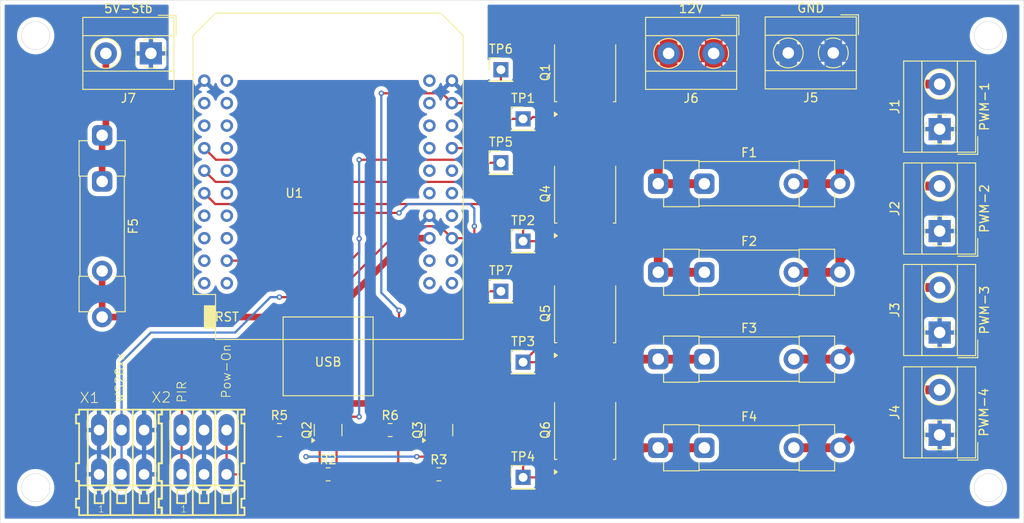
<source format=kicad_pcb>
(kicad_pcb (version 20240108) (generator "pcbnew") (generator_version "8.0")
  (layers (0 "F.Cu" signal) (31 "B.Cu" signal) (34 "B.Paste" user) (35 "F.Paste" user) (36 "B.SilkS" user "B.Silkscreen") (37 "F.SilkS" user "F.Silkscreen") (38 "B.Mask" user) (39 "F.Mask" user) (44 "Edge.Cuts" user))
  (net 0 "")
  (net 1 "Net-(J1-Pin_2)")
  (net 2 "Net-(Q1-S)")
  (net 3 "Net-(J2-Pin_2)")
  (net 4 "Net-(Q4-S)")
  (net 5 "Net-(Q5-S)")
  (net 6 "Net-(J3-Pin_2)")
  (net 7 "Net-(J4-Pin_2)")
  (net 8 "Net-(Q6-S)")
  (net 9 "Net-(J7-Pin_2)")
  (net 10 "+5V")
  (net 11 "GND")
  (net 12 "+12V")
  (net 13 "PWM1")
  (net 14 "MCU_PIR")
  (net 15 "PIR")
  (net 16 "+3.3V")
  (net 17 "PowerOn")
  (net 18 "MCU_PowerOn")
  (net 19 "PWM2")
  (net 20 "PWM3")
  (net 21 "PWM4")
  (net 22 "MCU_WS28xx")
  (footprint "Package_TO_SOT_SMD:SOT-23" (layer "F.Cu") (at 123 80.5 90)
    (property "Reference" "Q3" (at 0 -2.4 90) (layer "F.SilkS"))
    (property "Value" "BSS138")
    (pad "1" smd roundrect (at -0.9375 -0.95 90) (size 1.475 0.6) (layers "F.Cu" "F.Paste" "F.Mask") (net 16 "+3.3V"))
    (pad "2" smd roundrect (at -0.9375 0.95 90) (size 1.475 0.6) (layers "F.Cu" "F.Paste" "F.Mask") (net 18 "MCU_PowerOn"))
    (pad "3" smd roundrect (at 0.9375 0 90) (size 1.475 0.6) (layers "F.Cu" "F.Paste" "F.Mask") (net 17 "PowerOn"))
  )
  (footprint "Resistor_SMD:R_0805_2012Metric" (layer "F.Cu") (at 123 85.5)
    (property "Reference" "R3" (at 0 -1.65 0) (layer "F.SilkS"))
    (property "Value" "10k")
    (pad "1" smd roundrect (at -0.9125 0) (size 1.025 1.4) (layers "F.Cu" "F.Paste" "F.Mask") (roundrect_rratio 0.243902) (net 16 "+3.3V"))
    (pad "2" smd roundrect (at 0.9125 0) (size 1.025 1.4) (layers "F.Cu" "F.Paste" "F.Mask") (roundrect_rratio 0.243902) (net 18 "MCU_PowerOn"))
  )
  (footprint "Fuse:Fuseholder_Clip-5x20mm_Littelfuse_445-030_Inline_P20.50x5.20mm_D1.30mm_Horizontal" (layer "F.Cu") (at 147.75 82.5)
    (property "Reference" "F4" (at 10.25 -3.5 0) (layer "F.SilkS"))
    (property "Value" "Fuse")
    (pad "1" thru_hole roundrect (at 0 0) (size 2.3 2.3) (drill 1.3) (layers "*.Cu" "*.Mask") (net 8 "Net-(Q6-S)"))
    (pad "1" thru_hole roundrect (at 5.2 0) (size 2.3 2.3) (drill 1.3) (layers "*.Cu" "*.Mask") (net 8 "Net-(Q6-S)"))
    (pad "2" thru_hole circle (at 15.3 0) (size 2.3 2.3) (drill 1.3) (layers "*.Cu" "*.Mask") (net 7 "Net-(J4-Pin_2)"))
    (pad "2" thru_hole circle (at 20.5 0) (size 2.3 2.3) (drill 1.3) (layers "*.Cu" "*.Mask") (net 7 "Net-(J4-Pin_2)"))
  )
  (footprint "Package_TO_SOT_SMD:TO-252-2" (layer "F.Cu") (at 139.4975 53.84 90)
    (property "Reference" "Q4" (at 0 -4.5 90) (layer "F.SilkS"))
    (property "Value" "AO D403")
    (pad "1" smd roundrect (at -5.04 -2.28 90) (size 2.2 1.2) (layers "F.Cu" "F.Paste" "F.Mask") (roundrect_rratio 0.208333) (net 19 "PWM2"))
    (pad "2" smd roundrect (at -0.415 -1.525 90) (size 3.05 2.75) (layers "F.Cu" "F.Paste") (roundrect_rratio 0.090909) (net 12 "+12V"))
    (pad "2" smd roundrect (at -0.415 1.525 90) (size 3.05 2.75) (layers "F.Cu" "F.Paste") (roundrect_rratio 0.090909) (net 12 "+12V"))
    (pad "2" smd roundrect (at 1.26 0 90) (size 6.4 5.8) (layers "F.Cu" "F.Mask") (roundrect_rratio 0.043103) (net 12 "+12V"))
    (pad "2" smd roundrect (at 2.935 -1.525 90) (size 3.05 2.75) (layers "F.Cu" "F.Paste") (roundrect_rratio 0.090909) (net 12 "+12V"))
    (pad "2" smd roundrect (at 2.935 1.525 90) (size 3.05 2.75) (layers "F.Cu" "F.Paste") (roundrect_rratio 0.090909) (net 12 "+12V"))
    (pad "3" smd roundrect (at -5.04 2.28 90) (size 2.2 1.2) (layers "F.Cu" "F.Paste" "F.Mask") (roundrect_rratio 0.208333) (net 4 "Net-(Q4-S)"))
  )
  (footprint "TerminalBlock_MetzConnect:TerminalBlock_MetzConnect_Type101_RT01602HBWC_1x02_P5.08mm_Horizontal" (layer "F.Cu") (at 179.5 46.545 90)
    (property "Reference" "J1" (at 2.54 -5.06 90) (layer "F.SilkS"))
    (property "Value" "PWM-1" (at 2.54 5.06 90) (layer "F.SilkS"))
    (pad "1" thru_hole rect (at 0 0 90) (size 2.5 2.5) (drill 1.3) (layers "*.Cu" "*.Mask") (net 11 "GND"))
    (pad "2" thru_hole circle (at 5.08 0 90) (size 2.5 2.5) (drill 1.3) (layers "*.Cu" "*.Mask") (net 1 "Net-(J1-Pin_2)"))
  )
  (footprint "ESPLED:233-503" (layer "F.Cu") (at 87.1918 83)
    (property "Reference" "X1" (at -4.7957 -5.45 0) (layer "F.SilkS") (effects (font (size 1.1684 1.1684) (thickness 0.1016)) (justify left bottom)))
    (property "Value" "234-503")
    (fp_text user "1" (at -2.69 6.85 0) (layer "F.SilkS") (effects (font (size 0.747776 0.747776) (thickness 0.065024)) (justify left bottom)))
    (pad "A1" thru_hole oval (at -2.54 -2.5 90) (size 3.6 1.8) (drill 1.2) (layers "*.Cu" "*.Mask") (net 11 "GND"))
    (pad "A2" thru_hole oval (at 0 -2.5 90) (size 3.6 1.8) (drill 1.2) (layers "*.Cu" "*.Mask") (net 22 "MCU_WS28xx"))
    (pad "A3" thru_hole oval (at 2.54 -2.5 90) (size 3.6 1.8) (drill 1.2) (layers "*.Cu" "*.Mask") (net 11 "GND"))
    (pad "B1" thru_hole oval (at -2.54 2.5 90) (size 3.6 1.8) (drill 1.2) (layers "*.Cu" "*.Mask") (net 11 "GND"))
    (pad "B2" thru_hole oval (at 0 2.5 90) (size 3.6 1.8) (drill 1.2) (layers "*.Cu" "*.Mask") (net 22 "MCU_WS28xx"))
    (pad "B3" thru_hole oval (at 2.54 2.5 90) (size 3.6 1.8) (drill 1.2) (layers "*.Cu" "*.Mask") (net 11 "GND"))
  )
  (footprint "TerminalBlock_MetzConnect:TerminalBlock_MetzConnect_Type101_RT01602HBWC_1x02_P5.08mm_Horizontal" (layer "F.Cu") (at 90.5 38 180)
    (property "Reference" "J7" (at 2.54 -5.06 0) (layer "F.SilkS"))
    (property "Value" "5V-Stb" (at 2.54 5.06 0) (layer "F.SilkS"))
    (pad "1" thru_hole rect (at 0 0 180) (size 2.5 2.5) (drill 1.3) (layers "*.Cu" "*.Mask") (net 11 "GND"))
    (pad "2" thru_hole circle (at 5.08 0 180) (size 2.5 2.5) (drill 1.3) (layers "*.Cu" "*.Mask") (net 9 "Net-(J7-Pin_2)"))
  )
  (footprint "Package_TO_SOT_SMD:TO-252-2" (layer "F.Cu") (at 139.4975 67.34 90)
    (property "Reference" "Q5" (at 0 -4.5 90) (layer "F.SilkS"))
    (property "Value" "AO D403")
    (pad "1" smd roundrect (at -5.04 -2.28 90) (size 2.2 1.2) (layers "F.Cu" "F.Paste" "F.Mask") (roundrect_rratio 0.208333) (net 20 "PWM3"))
    (pad "2" smd roundrect (at -0.415 -1.525 90) (size 3.05 2.75) (layers "F.Cu" "F.Paste") (roundrect_rratio 0.090909) (net 12 "+12V"))
    (pad "2" smd roundrect (at -0.415 1.525 90) (size 3.05 2.75) (layers "F.Cu" "F.Paste") (roundrect_rratio 0.090909) (net 12 "+12V"))
    (pad "2" smd roundrect (at 1.26 0 90) (size 6.4 5.8) (layers "F.Cu" "F.Mask") (roundrect_rratio 0.043103) (net 12 "+12V"))
    (pad "2" smd roundrect (at 2.935 -1.525 90) (size 3.05 2.75) (layers "F.Cu" "F.Paste") (roundrect_rratio 0.090909) (net 12 "+12V"))
    (pad "2" smd roundrect (at 2.935 1.525 90) (size 3.05 2.75) (layers "F.Cu" "F.Paste") (roundrect_rratio 0.090909) (net 12 "+12V"))
    (pad "3" smd roundrect (at -5.04 2.28 90) (size 2.2 1.2) (layers "F.Cu" "F.Paste" "F.Mask") (roundrect_rratio 0.208333) (net 5 "Net-(Q5-S)"))
  )
  (footprint "TerminalBlock_MetzConnect:TerminalBlock_MetzConnect_Type101_RT01602HBWC_1x02_P5.08mm_Horizontal" (layer "F.Cu") (at 179.5 81.045 90)
    (property "Reference" "J4" (at 2.54 -5.06 90) (layer "F.SilkS"))
    (property "Value" "PWM-4" (at 2.545 5 90) (layer "F.SilkS"))
    (pad "1" thru_hole rect (at 0 0 90) (size 2.5 2.5) (drill 1.3) (layers "*.Cu" "*.Mask") (net 11 "GND"))
    (pad "2" thru_hole circle (at 5.08 0 90) (size 2.5 2.5) (drill 1.3) (layers "*.Cu" "*.Mask") (net 7 "Net-(J4-Pin_2)"))
  )
  (footprint "Connector_PinHeader_2.54mm:PinHeader_1x01_P2.54mm_Vertical" (layer "F.Cu") (at 132.4975 59.19)
    (property "Reference" "TP2" (at 0 -2.33 0) (layer "F.SilkS"))
    (property "Value" "TestPoint" (hide yes))
    (pad "1" thru_hole rect (at 0 0) (size 1.7 1.7) (drill 1) (layers "*.Cu" "*.Mask") (net 19 "PWM2"))
  )
  (footprint "Package_TO_SOT_SMD:SOT-23" (layer "F.Cu") (at 110.5 80.5 90)
    (property "Reference" "Q2" (at 0 -2.4 90) (layer "F.SilkS"))
    (property "Value" "BSS138")
    (pad "1" smd roundrect (at -0.9375 -0.95 90) (size 1.475 0.6) (layers "F.Cu" "F.Paste" "F.Mask") (net 16 "+3.3V"))
    (pad "2" smd roundrect (at -0.9375 0.95 90) (size 1.475 0.6) (layers "F.Cu" "F.Paste" "F.Mask") (net 14 "MCU_PIR"))
    (pad "3" smd roundrect (at 0.9375 0 90) (size 1.475 0.6) (layers "F.Cu" "F.Paste" "F.Mask") (net 15 "PIR"))
  )
  (footprint "Resistor_SMD:R_0805_2012Metric" (layer "F.Cu") (at 105 80.5)
    (property "Reference" "R5" (at 0 -1.65 0) (layer "F.SilkS"))
    (property "Value" "10k")
    (pad "1" smd roundrect (at -0.9125 0) (size 1.025 1.4) (layers "F.Cu" "F.Paste" "F.Mask") (roundrect_rratio 0.243902) (net 10 "+5V"))
    (pad "2" smd roundrect (at 0.9125 0) (size 1.025 1.4) (layers "F.Cu" "F.Paste" "F.Mask") (roundrect_rratio 0.243902) (net 15 "PIR"))
  )
  (footprint "TerminalBlock_MetzConnect:TerminalBlock_MetzConnect_Type101_RT01602HBWC_1x02_P5.08mm_Horizontal" (layer "F.Cu") (at 154 38 180)
    (property "Reference" "J6" (at 2.54 -5.06 0) (layer "F.SilkS"))
    (property "Value" "12V" (at 2.54 5.06 0) (layer "F.SilkS"))
    (pad "1" thru_hole circle (at 0 0 180) (size 2.5 2.5) (drill 1.3) (layers "*.Cu" "*.Mask") (net 12 "+12V") (thermal_bridge_width 2))
    (pad "2" thru_hole circle (at 5.08 0 180) (size 2.5 2.5) (drill 1.3) (layers "*.Cu" "*.Mask") (net 12 "+12V") (thermal_bridge_width 2))
  )
  (footprint "Package_TO_SOT_SMD:TO-252-2" (layer "F.Cu") (at 139.4975 40.14 90)
    (property "Reference" "Q1" (at 0 -4.5 90) (layer "F.SilkS"))
    (property "Value" "AO D403")
    (pad "1" smd roundrect (at -5.04 -2.28 90) (size 2.2 1.2) (layers "F.Cu" "F.Paste" "F.Mask") (roundrect_rratio 0.208333) (net 13 "PWM1"))
    (pad "2" smd roundrect (at -0.415 -1.525 90) (size 3.05 2.75) (layers "F.Cu" "F.Paste") (roundrect_rratio 0.090909) (net 12 "+12V"))
    (pad "2" smd roundrect (at -0.415 1.525 90) (size 3.05 2.75) (layers "F.Cu" "F.Paste") (roundrect_rratio 0.090909) (net 12 "+12V"))
    (pad "2" smd roundrect (at 1.26 0 90) (size 6.4 5.8) (layers "F.Cu" "F.Mask") (roundrect_rratio 0.043103) (net 12 "+12V"))
    (pad "2" smd roundrect (at 2.935 -1.525 90) (size 3.05 2.75) (layers "F.Cu" "F.Paste") (roundrect_rratio 0.090909) (net 12 "+12V"))
    (pad "2" smd roundrect (at 2.935 1.525 90) (size 3.05 2.75) (layers "F.Cu" "F.Paste") (roundrect_rratio 0.090909) (net 12 "+12V"))
    (pad "3" smd roundrect (at -5.04 2.28 90) (size 2.2 1.2) (layers "F.Cu" "F.Paste" "F.Mask") (roundrect_rratio 0.208333) (net 2 "Net-(Q1-S)"))
  )
  (footprint "Fuse:Fuseholder_Clip-5x20mm_Littelfuse_445-030_Inline_P20.50x5.20mm_D1.30mm_Horizontal" (layer "F.Cu") (at 147.75 52.7)
    (property "Reference" "F1" (at 10.25 -3.5 0) (layer "F.SilkS"))
    (property "Value" "Fuse")
    (pad "1" thru_hole roundrect (at 0 0) (size 2.3 2.3) (drill 1.3) (layers "*.Cu" "*.Mask") (net 2 "Net-(Q1-S)"))
    (pad "1" thru_hole roundrect (at 5.2 0) (size 2.3 2.3) (drill 1.3) (layers "*.Cu" "*.Mask") (net 2 "Net-(Q1-S)"))
    (pad "2" thru_hole circle (at 15.3 0) (size 2.3 2.3) (drill 1.3) (layers "*.Cu" "*.Mask") (net 1 "Net-(J1-Pin_2)"))
    (pad "2" thru_hole circle (at 20.5 0) (size 2.3 2.3) (drill 1.3) (layers "*.Cu" "*.Mask") (net 1 "Net-(J1-Pin_2)"))
  )
  (footprint "Fuse:Fuseholder_Clip-5x20mm_Littelfuse_445-030_Inline_P20.50x5.20mm_D1.30mm_Horizontal" (layer "F.Cu") (at 147.75 72.5)
    (property "Reference" "F3" (at 10.25 -3.5 0) (layer "F.SilkS"))
    (property "Value" "Fuse")
    (pad "1" thru_hole roundrect (at 0 0) (size 2.3 2.3) (drill 1.3) (layers "*.Cu" "*.Mask") (net 5 "Net-(Q5-S)"))
    (pad "1" thru_hole roundrect (at 5.2 0) (size 2.3 2.3) (drill 1.3) (layers "*.Cu" "*.Mask") (net 5 "Net-(Q5-S)"))
    (pad "2" thru_hole circle (at 15.3 0) (size 2.3 2.3) (drill 1.3) (layers "*.Cu" "*.Mask") (net 6 "Net-(J3-Pin_2)"))
    (pad "2" thru_hole circle (at 20.5 0) (size 2.3 2.3) (drill 1.3) (layers "*.Cu" "*.Mask") (net 6 "Net-(J3-Pin_2)"))
  )
  (footprint "Connector_PinHeader_2.54mm:PinHeader_1x01_P2.54mm_Vertical" (layer "F.Cu") (at 129.9975 64.84)
    (property "Reference" "TP7" (at 0 -2.33 0) (layer "F.SilkS"))
    (property "Value" "TestPoint" (hide yes))
    (pad "1" thru_hole rect (at 0 0) (size 1.7 1.7) (drill 1) (layers "*.Cu" "*.Mask") (net 22 "MCU_WS28xx"))
  )
  (footprint "ESPLED:ESP32_mini" (layer "F.Cu") (at 110.5 52.5)
    (property "Reference" "U1" (at -3.81 1.27 0) (layer "F.SilkS"))
    (property "Value" "mini_esp32")
    (fp_text user "USB" (at 0 20.32 0) (layer "F.SilkS"))
    (fp_text user "RST" (at -11.43 15.24 0) (layer "F.SilkS"))
    (pad "1" thru_hole circle (at -13.97 -11.43 270) (size 1.4 1.4) (drill 0.8) (layers "*.Cu" "*.Mask") (net 11 "GND"))
    (pad "2" thru_hole circle (at -11.43 -11.43 270) (size 1.4 1.4) (drill 0.8) (layers "*.Cu" "*.Mask"))
    (pad "3" thru_hole circle (at -13.97 -8.89 270) (size 1.4 1.4) (drill 0.8) (layers "*.Cu" "*.Mask"))
    (pad "4" thru_hole circle (at -11.43 -8.89 270) (size 1.4 1.4) (drill 0.8) (layers "*.Cu" "*.Mask"))
    (pad "5" thru_hole circle (at -13.97 -6.35 270) (size 1.4 1.4) (drill 0.8) (layers "*.Cu" "*.Mask"))
    (pad "6" thru_hole circle (at -11.43 -6.35 270) (size 1.4 1.4) (drill 0.8) (layers "*.Cu" "*.Mask"))
    (pad "7" thru_hole circle (at -13.97 -3.81 270) (size 1.4 1.4) (drill 0.8) (layers "*.Cu" "*.Mask") (net 19 "PWM2"))
    (pad "8" thru_hole circle (at -11.43 -3.81 270) (size 1.4 1.4) (drill 0.8) (layers "*.Cu" "*.Mask"))
    (pad "9" thru_hole circle (at -13.97 -1.27 270) (size 1.4 1.4) (drill 0.8) (layers "*.Cu" "*.Mask") (net 20 "PWM3"))
    (pad "10" thru_hole circle (at -11.43 -1.27 270) (size 1.4 1.4) (drill 0.8) (layers "*.Cu" "*.Mask"))
    (pad "11" thru_hole circle (at -13.97 1.27 270) (size 1.4 1.4) (drill 0.8) (layers "*.Cu" "*.Mask") (net 21 "PWM4"))
    (pad "12" thru_hole circle (at -11.43 1.27 270) (size 1.4 1.4) (drill 0.8) (layers "*.Cu" "*.Mask"))
    (pad "13" thru_hole circle (at -13.97 3.81 270) (size 1.4 1.4) (drill 0.8) (layers "*.Cu" "*.Mask"))
    (pad "14" thru_hole circle (at -11.43 3.81 270) (size 1.4 1.4) (drill 0.8) (layers "*.Cu" "*.Mask"))
    (pad "15" thru_hole circle (at -13.97 6.35 270) (size 1.4 1.4) (drill 0.8) (layers "*.Cu" "*.Mask"))
    (pad "16" thru_hole circle (at -11.43 6.35 270) (size 1.4 1.4) (drill 0.8) (layers "*.Cu" "*.Mask"))
    (pad "17" thru_hole circle (at -13.97 8.89 270) (size 1.4 1.4) (drill 0.8) (layers "*.Cu" "*.Mask"))
    (pad "18" thru_hole circle (at -11.43 8.89 270) (size 1.4 1.4) (drill 0.8) (layers "*.Cu" "*.Mask") (net 14 "MCU_PIR"))
    (pad "19" thru_hole circle (at -13.97 11.43 270) (size 1.4 1.4) (drill 0.8) (layers "*.Cu" "*.Mask"))
    (pad "20" thru_hole circle (at -11.43 11.43 270) (size 1.4 1.4) (drill 0.8) (layers "*.Cu" "*.Mask"))
    (pad "21" thru_hole circle (at 11.43 -11.43 270) (size 1.4 1.4) (drill 0.8) (layers "*.Cu" "*.Mask"))
    (pad "22" thru_hole circle (at 13.97 -11.43 270) (size 1.4 1.4) (drill 0.8) (layers "*.Cu" "*.Mask") (net 11 "GND"))
    (pad "23" thru_hole circle (at 11.43 -8.89 270) (size 1.4 1.4) (drill 0.8) (layers "*.Cu" "*.Mask"))
    (pad "24" thru_hole circle (at 13.97 -8.89 270) (size 1.4 1.4) (drill 0.8) (layers "*.Cu" "*.Mask") (net 18 "MCU_PowerOn"))
    (pad "25" thru_hole circle (at 11.43 -6.35 270) (size 1.4 1.4) (drill 0.8) (layers "*.Cu" "*.Mask"))
    (pad "26" thru_hole circle (at 13.97 -6.35 270) (size 1.4 1.4) (drill 0.8) (layers "*.Cu" "*.Mask"))
    (pad "27" thru_hole circle (at 11.43 -3.81 270) (size 1.4 1.4) (drill 0.8) (layers "*.Cu" "*.Mask"))
    (pad "28" thru_hole circle (at 13.97 -3.81 270) (size 1.4 1.4) (drill 0.8) (layers "*.Cu" "*.Mask") (net 13 "PWM1"))
    (pad "29" thru_hole circle (at 11.43 -1.27 270) (size 1.4 1.4) (drill 0.8) (layers "*.Cu" "*.Mask"))
    (pad "30" thru_hole circle (at 13.97 -1.27 270) (size 1.4 1.4) (drill 0.8) (layers "*.Cu" "*.Mask"))
    (pad "31" thru_hole circle (at 11.43 1.27 270) (size 1.4 1.4) (drill 0.8) (layers "*.Cu" "*.Mask"))
    (pad "32" thru_hole circle (at 13.97 1.27 270) (size 1.4 1.4) (drill 0.8) (layers "*.Cu" "*.Mask"))
    (pad "33" thru_hole circle (at 11.43 3.81 270) (size 1.4 1.4) (drill 0.8) (layers "*.Cu" "*.Mask") (net 11 "GND"))
    (pad "34" thru_hole circle (at 13.97 3.81 270) (size 1.4 1.4) (drill 0.8) (layers "*.Cu" "*.Mask"))
    (pad "35" thru_hole circle (at 11.43 6.35 270) (size 1.4 1.4) (drill 0.8) (layers "*.Cu" "*.Mask") (net 10 "+5V"))
    (pad "36" thru_hole circle (at 13.97 6.35 270) (size 1.4 1.4) (drill 0.8) (layers "*.Cu" "*.Mask") (net 22 "MCU_WS28xx"))
    (pad "37" thru_hole circle (at 11.43 8.89 270) (size 1.4 1.4) (drill 0.8) (layers "*.Cu" "*.Mask"))
    (pad "38" thru_hole circle (at 13.97 8.89 270) (size 1.4 1.4) (drill 0.8) (layers "*.Cu" "*.Mask"))
    (pad "39" thru_hole circle (at 11.43 11.43 270) (size 1.4 1.4) (drill 0.8) (layers "*.Cu" "*.Mask"))
    (pad "40" thru_hole circle (at 13.97 11.43 270) (size 1.4 1.4) (drill 0.8) (layers "*.Cu" "*.Mask"))
  )
  (footprint "TerminalBlock_MetzConnect:TerminalBlock_MetzConnect_Type101_RT01602HBWC_1x02_P5.08mm_Horizontal" (layer "F.Cu") (at 179.5 69.495 90)
    (property "Reference" "J3" (at 2.54 -5.06 90) (layer "F.SilkS"))
    (property "Value" "PWM-3" (at 2.54 5.06 90) (layer "F.SilkS"))
    (pad "1" thru_hole rect (at 0 0 90) (size 2.5 2.5) (drill 1.3) (layers "*.Cu" "*.Mask") (net 11 "GND"))
    (pad "2" thru_hole circle (at 5.08 0 90) (size 2.5 2.5) (drill 1.3) (layers "*.Cu" "*.Mask") (net 6 "Net-(J3-Pin_2)"))
  )
  (footprint "Connector_PinHeader_2.54mm:PinHeader_1x01_P2.54mm_Vertical" (layer "F.Cu") (at 132.4975 72.84)
    (property "Reference" "TP3" (at 0 -2.33 0) (layer "F.SilkS"))
    (property "Value" "TestPoint" (hide yes))
    (pad "1" thru_hole rect (at 0 0) (size 1.7 1.7) (drill 1) (layers "*.Cu" "*.Mask") (net 20 "PWM3"))
  )
  (footprint "Resistor_SMD:R_0805_2012Metric" (layer "F.Cu") (at 110.5 85.5)
    (property "Reference" "R2" (at 0 -1.65 0) (layer "F.SilkS"))
    (property "Value" "10k")
    (pad "1" smd roundrect (at -0.9125 0) (size 1.025 1.4) (layers "F.Cu" "F.Paste" "F.Mask") (roundrect_rratio 0.243902) (net 16 "+3.3V"))
    (pad "2" smd roundrect (at 0.9125 0) (size 1.025 1.4) (layers "F.Cu" "F.Paste" "F.Mask") (roundrect_rratio 0.243902) (net 14 "MCU_PIR"))
  )
  (footprint "Fuse:Fuseholder_Clip-5x20mm_Littelfuse_445-030_Inline_P20.50x5.20mm_D1.30mm_Horizontal" (layer "F.Cu") (at 85 47.25 -90)
    (property "Reference" "F5" (at 10.25 -3.5 90) (layer "F.SilkS"))
    (property "Value" "Fuse")
    (pad "1" thru_hole roundrect (at 0 0 270) (size 2.3 2.3) (drill 1.3) (layers "*.Cu" "*.Mask") (net 9 "Net-(J7-Pin_2)"))
    (pad "1" thru_hole roundrect (at 5.2 0 270) (size 2.3 2.3) (drill 1.3) (layers "*.Cu" "*.Mask") (net 9 "Net-(J7-Pin_2)"))
    (pad "2" thru_hole circle (at 15.3 0 270) (size 2.3 2.3) (drill 1.3) (layers "*.Cu" "*.Mask") (net 10 "+5V"))
    (pad "2" thru_hole circle (at 20.5 0 270) (size 2.3 2.3) (drill 1.3) (layers "*.Cu" "*.Mask") (net 10 "+5V"))
  )
  (footprint "Connector_PinHeader_2.54mm:PinHeader_1x01_P2.54mm_Vertical" (layer "F.Cu") (at 129.9975 50.34)
    (property "Reference" "TP5" (at 0 -2.33 0) (layer "F.SilkS"))
    (property "Value" "TestPoint" (hide yes))
    (pad "1" thru_hole rect (at 0 0) (size 1.7 1.7) (drill 1) (layers "*.Cu" "*.Mask") (net 14 "MCU_PIR"))
  )
  (footprint "Connector_PinHeader_2.54mm:PinHeader_1x01_P2.54mm_Vertical" (layer "F.Cu") (at 132.4975 45.39)
    (property "Reference" "TP1" (at 0 -2.33 0) (layer "F.SilkS"))
    (property "Value" "TestPoint" (hide yes))
    (pad "1" thru_hole rect (at 0 0) (size 1.7 1.7) (drill 1) (layers "*.Cu" "*.Mask") (net 13 "PWM1"))
  )
  (footprint "Package_TO_SOT_SMD:TO-252-2" (layer "F.Cu") (at 139.5 80.5 90)
    (property "Reference" "Q6" (at 0 -4.5 90) (layer "F.SilkS"))
    (property "Value" "AO D403")
    (pad "1" smd roundrect (at -5.04 -2.28 90) (size 2.2 1.2) (layers "F.Cu" "F.Paste" "F.Mask") (roundrect_rratio 0.208333) (net 21 "PWM4"))
    (pad "2" smd roundrect (at -0.415 -1.525 90) (size 3.05 2.75) (layers "F.Cu" "F.Paste") (roundrect_rratio 0.090909) (net 12 "+12V"))
    (pad "2" smd roundrect (at -0.415 1.525 90) (size 3.05 2.75) (layers "F.Cu" "F.Paste") (roundrect_rratio 0.090909) (net 12 "+12V"))
    (pad "2" smd roundrect (at 1.26 0 90) (size 6.4 5.8) (layers "F.Cu" "F.Mask") (roundrect_rratio 0.043103) (net 12 "+12V"))
    (pad "2" smd roundrect (at 2.935 -1.525 90) (size 3.05 2.75) (layers "F.Cu" "F.Paste") (roundrect_rratio 0.090909) (net 12 "+12V"))
    (pad "2" smd roundrect (at 2.935 1.525 90) (size 3.05 2.75) (layers "F.Cu" "F.Paste") (roundrect_rratio 0.090909) (net 12 "+12V"))
    (pad "3" smd roundrect (at -5.04 2.28 90) (size 2.2 1.2) (layers "F.Cu" "F.Paste" "F.Mask") (roundrect_rratio 0.208333) (net 8 "Net-(Q6-S)"))
  )
  (footprint "TerminalBlock_MetzConnect:TerminalBlock_MetzConnect_Type101_RT01602HBWC_1x02_P5.08mm_Horizontal" (layer "F.Cu") (at 167.5 37.95 180)
    (property "Reference" "J5" (at 2.54 -5.06 0) (layer "F.SilkS"))
    (property "Value" "GND" (at 2.54 5.06 0) (layer "F.SilkS"))
    (pad "1" thru_hole circle (at 0 0 180) (size 2.5 2.5) (drill 1.3) (layers "*.Cu" "*.Mask") (net 11 "GND") (thermal_bridge_width 2))
    (pad "2" thru_hole circle (at 5.08 0 180) (size 2.5 2.5) (drill 1.3) (layers "*.Cu" "*.Mask") (net 11 "GND") (thermal_bridge_width 2))
  )
  (footprint "TerminalBlock_MetzConnect:TerminalBlock_MetzConnect_Type101_RT01602HBWC_1x02_P5.08mm_Horizontal" (layer "F.Cu") (at 179.5 58.045 90)
    (property "Reference" "J2" (at 2.54 -5.06 90) (layer "F.SilkS"))
    (property "Value" "PWM-2" (at 2.54 5.06 90) (layer "F.SilkS"))
    (pad "1" thru_hole rect (at 0 0 90) (size 2.5 2.5) (drill 1.3) (layers "*.Cu" "*.Mask") (net 11 "GND"))
    (pad "2" thru_hole circle (at 5.08 0 90) (size 2.5 2.5) (drill 1.3) (layers "*.Cu" "*.Mask") (net 3 "Net-(J2-Pin_2)"))
  )
  (footprint "Connector_PinHeader_2.54mm:PinHeader_1x01_P2.54mm_Vertical" (layer "F.Cu") (at 132.4975 85.84)
    (property "Reference" "TP4" (at 0 -2.33 0) (layer "F.SilkS"))
    (property "Value" "TestPoint" (hide yes))
    (pad "1" thru_hole rect (at 0 0) (size 1.7 1.7) (drill 1) (layers "*.Cu" "*.Mask") (net 21 "PWM4"))
  )
  (footprint "Connector_PinHeader_2.54mm:PinHeader_1x01_P2.54mm_Vertical" (layer "F.Cu") (at 129.9975 39.84)
    (property "Reference" "TP6" (at 0 -2.33 0) (layer "F.SilkS"))
    (property "Value" "TestPoint" (hide yes))
    (pad "1" thru_hole rect (at 0 0) (size 1.7 1.7) (drill 1) (layers "*.Cu" "*.Mask") (net 18 "MCU_PowerOn"))
  )
  (footprint "Fuse:Fuseholder_Clip-5x20mm_Littelfuse_445-030_Inline_P20.50x5.20mm_D1.30mm_Horizontal" (layer "F.Cu") (at 147.75 62.7)
    (property "Reference" "F2" (at 10.25 -3.5 0) (layer "F.SilkS"))
    (property "Value" "Fuse")
    (pad "1" thru_hole roundrect (at 0 0) (size 2.3 2.3) (drill 1.3) (layers "*.Cu" "*.Mask") (net 4 "Net-(Q4-S)"))
    (pad "1" thru_hole roundrect (at 5.2 0) (size 2.3 2.3) (drill 1.3) (layers "*.Cu" "*.Mask") (net 4 "Net-(Q4-S)"))
    (pad "2" thru_hole circle (at 15.3 0) (size 2.3 2.3) (drill 1.3) (layers "*.Cu" "*.Mask") (net 3 "Net-(J2-Pin_2)"))
    (pad "2" thru_hole circle (at 20.5 0) (size 2.3 2.3) (drill 1.3) (layers "*.Cu" "*.Mask") (net 3 "Net-(J2-Pin_2)"))
  )
  (footprint "Resistor_SMD:R_0805_2012Metric" (layer "F.Cu") (at 117.5 80.5)
    (property "Reference" "R6" (at 0 -1.65 0) (layer "F.SilkS"))
    (property "Value" "10k")
    (pad "1" smd roundrect (at -0.9125 0) (size 1.025 1.4) (layers "F.Cu" "F.Paste" "F.Mask") (roundrect_rratio 0.243902) (net 10 "+5V"))
    (pad "2" smd roundrect (at 0.9125 0) (size 1.025 1.4) (layers "F.Cu" "F.Paste" "F.Mask") (roundrect_rratio 0.243902) (net 17 "PowerOn"))
  )
  (footprint "ESPLED:233-503" (layer "F.Cu") (at 96.5 83)
    (property "Reference" "X2" (at -6 -5.5 0) (layer "F.SilkS") (effects (font (size 1.1684 1.1684) (thickness 0.1016)) (justify left bottom)))
    (property "Value" "234-503")
    (fp_text user "1" (at -2.69 6.85 0) (layer "F.SilkS") (effects (font (size 0.747776 0.747776) (thickness 0.065024)) (justify left bottom)))
    (pad "A1" thru_hole oval (at -2.54 -2.5 90) (size 3.6 1.8) (drill 1.2) (layers "*.Cu" "*.Mask") (net 15 "PIR"))
    (pad "A2" thru_hole oval (at 0 -2.5 90) (size 3.6 1.8) (drill 1.2) (layers "*.Cu" "*.Mask") (net 11 "GND"))
    (pad "A3" thru_hole oval (at 2.54 -2.5 90) (size 3.6 1.8) (drill 1.2) (layers "*.Cu" "*.Mask") (net 17 "PowerOn"))
    (pad "B1" thru_hole oval (at -2.54 2.5 90) (size 3.6 1.8) (drill 1.2) (layers "*.Cu" "*.Mask") (net 15 "PIR"))
    (pad "B2" thru_hole oval (at 0 2.5 90) (size 3.6 1.8) (drill 1.2) (layers "*.Cu" "*.Mask") (net 11 "GND"))
    (pad "B3" thru_hole oval (at 2.54 2.5 90) (size 3.6 1.8) (drill 1.2) (layers "*.Cu" "*.Mask") (net 17 "PowerOn"))
  )
  (gr_rect (start 141.9 37.1) (end 145 40.8) (stroke (width 0.2)) (fill solid) (layer "F.Cu") (net 12))
  (gr_rect (start 138.4 38.1) (end 140.6 86.6) (stroke (width 0.2)) (fill solid) (layer "F.Cu") (net 12))
  (gr_line (start 73.5 32) (end 73.5 91) (stroke (width 0.05)) (layer "Edge.Cuts"))
  (gr_circle (center 185 36) (end 186.6 36) (stroke (width 0.05)) (fill none) (layer "Edge.Cuts"))
  (gr_line (start 189 32) (end 73.5 32) (stroke (width 0.05)) (layer "Edge.Cuts"))
  (gr_circle (center 185 87) (end 186.6 87) (stroke (width 0.05)) (fill none) (layer "Edge.Cuts"))
  (gr_circle (center 77.5 36) (end 79.1 36) (stroke (width 0.05)) (fill none) (layer "Edge.Cuts"))
  (gr_circle (center 77.5 87) (end 79.1 87) (stroke (width 0.05)) (fill none) (layer "Edge.Cuts"))
  (gr_line (start 73.5 91) (end 189 91) (stroke (width 0.05)) (layer "Edge.Cuts"))
  (gr_line (start 189 91) (end 189 32) (stroke (width 0.05)) (layer "Edge.Cuts"))
  (gr_text "WS28xx" (at 87 77.5 90) (layer "F.SilkS") (effects (font (size 1 1) (thickness 0.1)) (justify left)))
  (gr_text "PIR" (at 94 77.5 90) (layer "F.SilkS") (effects (font (size 1 1) (thickness 0.1)) (justify left)))
  (gr_text "Pow-On" (at 99 77 90) (layer "F.SilkS") (effects (font (size 1 1) (thickness 0.1)) (justify left)))
  (segment (start 168.25 53.2) (end 168.25 48.75) (width 1) (layer "F.Cu") (net 1))
  (segment (start 168.25 48.75) (end 175.535 41.465) (width 1) (layer "F.Cu") (net 1))
  (segment (start 163.05 52.7) (end 168.25 52.7) (width 1) (layer "F.Cu") (net 1))
  (segment (start 175.535 41.465) (end 179.5 41.465) (width 1) (layer "F.Cu") (net 1))
  (segment (start 141.7775 45.18) (end 147.18 45.18) (width 1) (layer "F.Cu") (net 2))
  (segment (start 147.75 52.7) (end 152.95 52.7) (width 1) (layer "F.Cu") (net 2))
  (segment (start 147.18 45.18) (end 147.75 45.75) (width 1) (layer "F.Cu") (net 2))
  (segment (start 147.75 45.75) (end 147.75 52.7) (width 1) (layer "F.Cu") (net 2))
  (segment (start 168.25 63.2) (end 168.25 61.25) (width 1) (layer "F.Cu") (net 3))
  (segment (start 176.535 52.965) (end 179.5 52.965) (width 1) (layer "F.Cu") (net 3))
  (segment (start 163.05 62.7) (end 168.25 62.7) (width 1) (layer "F.Cu") (net 3))
  (segment (start 168.25 61.25) (end 176.535 52.965) (width 1) (layer "F.Cu") (net 3))
  (segment (start 147.75 59.25) (end 147.75 62.7) (width 1) (layer "F.Cu") (net 4))
  (segment (start 147.75 62.7) (end 152.95 62.7) (width 1) (layer "F.Cu") (net 4))
  (segment (start 147.38 58.88) (end 147.75 59.25) (width 1) (layer "F.Cu") (net 4))
  (segment (start 141.7775 58.88) (end 147.38 58.88) (width 1) (layer "F.Cu") (net 4))
  (segment (start 147.75 72.5) (end 152.95 72.5) (width 1) (layer "F.Cu") (net 5))
  (segment (start 144.38 72.38) (end 144.5 72.5) (width 1) (layer "F.Cu") (net 5))
  (segment (start 141.7775 72.38) (end 144.38 72.38) (width 1) (layer "F.Cu") (net 5))
  (segment (start 144.5 72.5) (end 147.75 72.5) (width 1) (layer "F.Cu") (net 5))
  (segment (start 176.335 64.415) (end 179.5 64.415) (width 1) (layer "F.Cu") (net 6))
  (segment (start 168.25 72.5) (end 176.335 64.415) (width 1) (layer "F.Cu") (net 6))
  (segment (start 163.05 72.5) (end 168.25 72.5) (width 1) (layer "F.Cu") (net 6))
  (segment (start 174.785 75.965) (end 179.5 75.965) (width 1) (layer "F.Cu") (net 7))
  (segment (start 168.25 82.5) (end 174.785 75.965) (width 1) (layer "F.Cu") (net 7))
  (segment (start 163.05 82.5) (end 168.25 82.5) (width 1) (layer "F.Cu") (net 7))
  (segment (start 144.46 85.54) (end 145.5 84.5) (width 1) (layer "F.Cu") (net 8))
  (segment (start 145.5 83) (end 146 82.5) (width 1) (layer "F.Cu") (net 8))
  (segment (start 146 82.5) (end 147.75 82.5) (width 1) (layer "F.Cu") (net 8))
  (segment (start 145.5 84.5) (end 145.5 83) (width 1) (layer "F.Cu") (net 8))
  (segment (start 141.78 85.54) (end 144.46 85.54) (width 1) (layer "F.Cu") (net 8))
  (segment (start 147.75 82.5) (end 152.95 82.5) (width 1) (layer "F.Cu") (net 8))
  (segment (start 85.42 46.83) (end 85 47.25) (width 0.75) (layer "F.Cu") (net 9))
  (segment (start 85 47.25) (end 85 52.45) (width 0.75) (layer "F.Cu") (net 9))
  (segment (start 85.42 38) (end 85.42 46.83) (width 0.75) (layer "F.Cu") (net 9))
  (segment (start 116 77.5) (end 104.0875 77.5) (width 0.75) (layer "F.Cu") (net 10))
  (segment (start 104.0875 67.8375) (end 104 67.75) (width 0.75) (layer "F.Cu") (net 10))
  (segment (start 110.75 67.75) (end 119.65 58.85) (width 0.75) (layer "F.Cu") (net 10))
  (segment (start 116.5875 80.5) (end 116.5875 78.0875) (width 0.75) (layer "F.Cu") (net 10))
  (segment (start 104.0875 77.5) (end 104.0875 67.8375) (width 0.75) (layer "F.Cu") (net 10))
  (segment (start 85 62.55) (end 85 67.75) (width 0.75) (layer "F.Cu") (net 10))
  (segment (start 85 67.75) (end 104 67.75) (width 0.75) (layer "F.Cu") (net 10))
  (segment (start 119.65 58.85) (end 121.93 58.85) (width 0.75) (layer "F.Cu") (net 10))
  (segment (start 104 67.75) (end 110.75 67.75) (width 0.75) (layer "F.Cu") (net 10))
  (segment (start 116.5875 78.0875) (end 116 77.5) (width 0.75) (layer "F.Cu") (net 10))
  (segment (start 104.0875 80.5) (end 104.0875 77.5) (width 0.75) (layer "F.Cu") (net 10))
  (segment (start 125.81 48.69) (end 129.11 45.39) (width 0.25) (layer "F.Cu") (net 13))
  (segment (start 124.47 48.69) (end 125.81 48.69) (width 0.25) (layer "F.Cu") (net 13))
  (segment (start 129.11 45.39) (end 132.4975 45.39) (width 0.25) (layer "F.Cu") (net 13))
  (segment (start 133.6 45.18) (end 137.2175 45.18) (width 0.25) (layer "F.Cu") (net 13))
  (segment (start 133.39 45.39) (end 133.6 45.18) (width 0.25) (layer "F.Cu") (net 13))
  (segment (start 132.4975 45.39) (end 133.39 45.39) (width 0.25) (layer "F.Cu") (net 13))
  (segment (start 111.45 85.4625) (end 111.4125 85.5) (width 0.25) (layer "F.Cu") (net 14))
  (segment (start 113.01 61.39) (end 99.07 61.39) (width 0.25) (layer "F.Cu") (net 14))
  (segment (start 127.14 50.34) (end 126.8 50) (width 0.25) (layer "F.Cu") (net 14))
  (segment (start 129.9975 50.34) (end 127.14 50.34) (width 0.25) (layer "F.Cu") (net 14))
  (segment (start 114 79) (end 112 79) (width 0.25) (layer "F.Cu") (net 14))
  (segment (start 111.45 79.55) (end 111.45 81.4375) (width 0.25) (layer "F.Cu") (net 14))
  (segment (start 114 60.4) (end 113.01 61.39) (width 0.25) (layer "F.Cu") (net 14))
  (segment (start 111.45 81.4375) (end 111.45 85.4625) (width 0.25) (layer "F.Cu") (net 14))
  (segment (start 114 58.9) (end 114 60.4) (width 0.25) (layer "F.Cu") (net 14))
  (segment (start 126.8 50) (end 114 50) (width 0.25) (layer "F.Cu") (net 14))
  (segment (start 112 79) (end 111.45 79.55) (width 0.25) (layer "F.Cu") (net 14))
  (via (at 114 50) (size 0.6) (drill 0.3) (layers "F.Cu" "B.Cu") (net 14))
  (via (at 114 79) (size 0.6) (drill 0.3) (layers "F.Cu" "B.Cu") (net 14))
  (via (at 114 58.9) (size 0.6) (drill 0.3) (layers "F.Cu" "B.Cu") (net 14))
  (segment (start 114 50) (end 114 58.9) (width 0.25) (layer "B.Cu") (net 14))
  (segment (start 114 58.9) (end 114 79) (width 0.25) (layer "B.Cu") (net 14))
  (segment (start 105.9125 80.5) (end 105.9125 81.5875) (width 0.25) (layer "F.Cu") (net 15))
  (segment (start 105.9125 80.5) (end 107 80.5) (width 0.25) (layer "F.Cu") (net 15))
  (segment (start 93.96 80.5) (end 93.96 85.5) (width 0.25) (layer "F.Cu") (net 15))
  (segment (start 107 80.5) (end 107.9375 79.5625) (width 0.25) (layer "F.Cu") (net 15))
  (segment (start 101.5 81.5) (end 101.5 77.5) (width 0.25) (layer "F.Cu") (net 15))
  (segment (start 102 82) (end 101.5 81.5) (width 0.25) (layer "F.Cu") (net 15))
  (segment (start 107.9375 79.5625) (end 110.5 79.5625) (width 0.25) (layer "F.Cu") (net 15))
  (segment (start 105.9125 81.5875) (end 105.5 82) (width 0.25) (layer "F.Cu") (net 15))
  (segment (start 94 80.46) (end 93.96 80.5) (width 0.25) (layer "F.Cu") (net 15))
  (segment (start 105.5 82) (end 102 82) (width 0.25) (layer "F.Cu") (net 15))
  (segment (start 94 78) (end 94 80.46) (width 0.25) (layer "F.Cu") (net 15))
  (segment (start 101.5 77.5) (end 101 77) (width 0.25) (layer "F.Cu") (net 15))
  (segment (start 101 77) (end 95 77) (width 0.25) (layer "F.Cu") (net 15))
  (segment (start 95 77) (end 94 78) (width 0.25) (layer "F.Cu") (net 15))
  (segment (start 122.0875 85.5) (end 122.0875 83.5) (width 0.25) (layer "F.Cu") (net 16))
  (segment (start 122.0875 83.5) (end 122.0875 81.475) (width 0.25) (layer "F.Cu") (net 16))
  (segment (start 109.55 83.5) (end 109.55 85.4625) (width 0.25) (layer "F.Cu") (net 16))
  (segment (start 109.55 85.4625) (end 109.5875 85.5) (width 0.25) (layer "F.Cu") (net 16))
  (segment (start 109.55 81.4375) (end 109.55 83.5) (width 0.25) (layer "F.Cu") (net 16))
  (segment (start 122.0875 81.475) (end 122.05 81.4375) (width 0.25) (layer "F.Cu") (net 16))
  (segment (start 122.0875 83.5) (end 120.5 83.5) (width 0.25) (layer "F.Cu") (net 16))
  (segment (start 108 83.5) (end 109.55 83.5) (width 0.25) (layer "F.Cu") (net 16))
  (via (at 120.5 83.5) (size 0.6) (drill 0.3) (layers "F.Cu" "B.Cu") (net 16))
  (via (at 108 83.5) (size 0.6) (drill 0.3) (layers "F.Cu" "B.Cu") (net 16))
  (segment (start 120.5 83.5) (end 108 83.5) (width 0.25) (layer "B.Cu") (net 16))
  (segment (start 115.975 86.525) (end 102.025 86.525) (width 0.25) (layer "F.Cu") (net 17))
  (segment (start 118.4125 80.5) (end 119.5 80.5) (width 0.25) (layer "F.Cu") (net 17))
  (segment (start 119.5 80.5) (end 120.4375 79.5625) (width 0.25) (layer "F.Cu") (net 17))
  (segment (start 102.025 86.525) (end 101 85.5) (width 0.25) (layer "F.Cu") (net 17))
  (segment (start 99.04 85.5) (end 99.04 80.5) (width 0.25) (layer "F.Cu") (net 17))
  (segment (start 118.4125 80.5) (end 118.4125 84.0875) (width 0.25) (layer "F.Cu") (net 17))
  (segment (start 120.4375 79.5625) (end 123 79.5625) (width 0.25) (layer "F.Cu") (net 17))
  (segment (start 118.4125 84.0875) (end 115.975 86.525) (width 0.25) (layer "F.Cu") (net 17))
  (segment (start 101 85.5) (end 99.04 85.5) (width 0.25) (layer "F.Cu") (net 17))
  (segment (start 116.5 42.5) (end 123.36 42.5) (width 0.25) (layer "F.Cu") (net 18))
  (segment (start 129.9975 42.0025) (end 128.39 43.61) (width 0.25) (layer "F.Cu") (net 18))
  (segment (start 123.95 85.4625) (end 123.9125 85.5) (width 0.25) (layer "F.Cu") (net 18))
  (segment (start 123.36 42.5) (end 124.47 43.61) (width 0.25) (layer "F.Cu") (net 18))
  (segment (start 118.5 70.5) (end 119.5 71.5) (width 0.25) (layer "F.Cu") (net 18))
  (segment (start 123.95 81.4375) (end 123.95 85.4625) (width 0.25) (layer "F.Cu") (net 18))
  (segment (start 123 71.5) (end 123.95 72.45) (width 0.25) (layer "F.Cu") (net 18))
  (segment (start 119.5 71.5) (end 123 71.5) (width 0.25) (layer "F.Cu") (net 18))
  (segment (start 123.95 72.45) (end 123.95 81.4375) (width 0.25) (layer "F.Cu") (net 18))
  (segment (start 118.5 67) (end 118.5 70.5) (width 0.25) (layer "F.Cu") (net 18))
  (segment (start 128.39 43.61) (end 124.47 43.61) (width 0.25) (layer "F.Cu") (net 18))
  (segment (start 129.9975 39.84) (end 129.9975 42.0025) (width 0.25) (layer "F.Cu") (net 18))
  (via (at 118.5 67) (size 0.6) (drill 0.3) (layers "F.Cu" "B.Cu") (net 18))
  (via (at 116.5 42.5) (size 0.6) (drill 0.3) (layers "F.Cu" "B.Cu") (net 18))
  (segment (start 116.5 42.5) (end 116.5 65) (width 0.25) (layer "B.Cu") (net 18))
  (segment (start 116.5 65) (end 118.5 67) (width 0.25) (layer "B.Cu") (net 18))
  (segment (start 134.81 59.19) (end 135.12 58.88) (width 0.25) (layer "F.Cu") (net 19))
  (segment (start 99.779569 50) (end 97.84 50) (width 0.25) (layer "F.Cu") (net 19))
  (segment (start 97.84 50) (end 96.53 48.69) (width 0.25) (layer "F.Cu") (net 19))
  (segment (start 127.5 52.5) (end 102.279569 52.5) (width 0.25) (layer "F.Cu") (net 19))
  (segment (start 132.4975 59.19) (end 132.4975 57.4975) (width 0.25) (layer "F.Cu") (net 19))
  (segment (start 102.279569 52.5) (end 99.779569 50) (width 0.25) (layer "F.Cu") (net 19))
  (segment (start 132.4975 57.4975) (end 127.5 52.5) (width 0.25) (layer "F.Cu") (net 19))
  (segment (start 132.4975 59.19) (end 134.81 59.19) (width 0.25) (layer "F.Cu") (net 19))
  (segment (start 135.12 58.88) (end 137.2175 58.88) (width 0.25) (layer "F.Cu") (net 19))
  (segment (start 102.5 55) (end 100 52.5) (width 0.25) (layer "F.Cu") (net 20))
  (segment (start 132.4975 72.84) (end 134 71.3375) (width 0.25) (layer "F.Cu") (net 20))
  (segment (start 134.66 72.84) (end 135.12 72.38) (width 0.25) (layer "F.Cu") (net 20))
  (segment (start 100 52.5) (end 97.8 52.5) (width 0.25) (layer "F.Cu") (net 20))
  (segment (start 129 59) (end 129 55.945215) (width 0.25) (layer "F.Cu") (net 20))
  (segment (start 128.054785 55) (end 102.5 55) (width 0.25) (layer "F.Cu") (net 20))
  (segment (start 132.4975 72.84) (end 134.66 72.84) (width 0.25) (layer "F.Cu") (net 20))
  (segment (start 129 55.945215) (end 128.054785 55) (width 0.25) (layer "F.Cu") (net 20))
  (segment (start 135.12 72.38) (end 137.2175 72.38) (width 0.25) (layer "F.Cu") (net 20))
  (segment (start 97.8 52.5) (end 96.53 51.23) (width 0.25) (layer "F.Cu") (net 20))
  (segment (start 131 61) (end 129 59) (width 0.25) (layer "F.Cu") (net 20))
  (segment (start 134 62) (end 133 61) (width 0.25) (layer "F.Cu") (net 20))
  (segment (start 134 71.3375) (end 134 62) (width 0.25) (layer "F.Cu") (net 20))
  (segment (start 133 61) (end 131 61) (width 0.25) (layer "F.Cu") (net 20))
  (segment (start 132.4975 85.84) (end 134.16 85.84) (width 0.25) (layer "F.Cu") (net 21))
  (segment (start 134.16 85.84) (end 134.46 85.54) (width 0.25) (layer "F.Cu") (net 21))
  (segment (start 118.5 56) (end 102 56) (width 0.25) (layer "F.Cu") (net 21))
  (segment (start 127 58.5) (end 127 57.5) (width 0.25) (layer "F.Cu") (net 21))
  (segment (start 132.5 68.5) (end 132.5 62.5) (width 0.25) (layer "F.Cu") (net 21))
  (segment (start 131 62.5) (end 128 59.5) (width 0.25) (layer "F.Cu") (net 21))
  (segment (start 102 56) (end 101 55) (width 0.25) (layer "F.Cu") (net 21))
  (segment (start 132.4975 85.84) (end 132.4975 77.4975) (width 0.25) (layer "F.Cu") (net 21))
  (segment (start 130.5 70.5) (end 132.5 68.5) (width 0.25) (layer "F.Cu") (net 21))
  (segment (start 97.76 55) (end 96.53 53.77) (width 0.25) (layer "F.Cu") (net 21))
  (segment (start 130.5 75.5) (end 130.5 70.5) (width 0.25) (layer "F.Cu") (net 21))
  (segment (start 101 55) (end 97.76 55) (width 0.25) (layer "F.Cu") (net 21))
  (segment (start 134.46 85.54) (end 137.22 85.54) (width 0.25) (layer "F.Cu") (net 21))
  (segment (start 132.4975 77.4975) (end 130.5 75.5) (width 0.25) (layer "F.Cu") (net 21))
  (segment (start 132.5 62.5) (end 131 62.5) (width 0.25) (layer "F.Cu") (net 21))
  (segment (start 128 59.5) (end 127 58.5) (width 0.25) (layer "F.Cu") (net 21))
  (via (at 127 57.5) (size 0.6) (drill 0.3) (layers "F.Cu" "B.Cu") (net 21))
  (via (at 118.5 56) (size 0.6) (drill 0.3) (layers "F.Cu" "B.Cu") (net 21))
  (segment (start 127 57.5) (end 127 55.5) (width 0.25) (layer "B.Cu") (net 21))
  (segment (start 119.5 55) (end 118.5 56) (width 0.25) (layer "B.Cu") (net 21))
  (segment (start 127 55.5) (end 126.5 55) (width 0.25) (layer "B.Cu") (net 21))
  (segment (start 126.5 55) (end 119.5 55) (width 0.25) (layer "B.Cu") (net 21))
  (segment (start 126.5 64) (end 126.5 59.5) (width 0.25) (layer "F.Cu") (net 22))
  (segment (start 111 65.5) (end 119 57.5) (width 0.25) (layer "F.Cu") (net 22))
  (segment (start 129.9975 64.84) (end 127.34 64.84) (width 0.25) (layer "F.Cu") (net 22))
  (segment (start 126.5 59.5) (end 125.85 58.85) (width 0.25) (layer "F.Cu") (net 22))
  (segment (start 123.12 57.5) (end 124.47 58.85) (width 0.25) (layer "F.Cu") (net 22))
  (segment (start 125.85 58.85) (end 124.47 58.85) (width 0.25) (layer "F.Cu") (net 22))
  (segment (start 127.34 64.84) (end 126.5 64) (width 0.25) (layer "F.Cu") (net 22))
  (segment (start 119 57.5) (end 123.12 57.5) (width 0.25) (layer "F.Cu") (net 22))
  (segment (start 105 65.5) (end 111 65.5) (width 0.25) (layer "F.Cu") (net 22))
  (via (at 105 65.5) (size 0.6) (drill 0.3) (layers "F.Cu" "B.Cu") (net 22))
  (segment (start 100 69.5) (end 104 65.5) (width 0.25) (layer "B.Cu") (net 22))
  (segment (start 87.1918 80.5) (end 87.1918 72.8082) (width 0.25) (layer "B.Cu") (net 22))
  (segment (start 90.5 69.5) (end 100 69.5) (width 0.25) (layer "B.Cu") (net 22))
  (segment (start 87.1918 80.5) (end 87.1918 85.5) (width 0.25) (layer "B.Cu") (net 22))
  (segment (start 87.1918 72.8082) (end 90.5 69.5) (width 0.25) (layer "B.Cu") (net 22))
  (segment (start 104 65.5) (end 105 65.5) (width 0.25) (layer "B.Cu") (net 22))
  (zone (net 12) (net_name "+12V") (layer "F.Cu") (priority 1) (connect_pads (clearance 0.5)) (min_thickness 0.25) (fill yes (thermal_gap 0.5) (thermal_bridge_width 0.5))
    (polygon (pts (xy 156.5 34.5) (xy 137 34.5) (xy 137 87) (xy 142 87) (xy 142 42) (xy 156.5 42)))
  )
  (zone (net 11) (net_name "GND") (layer "B.Cu") (connect_pads (clearance 0.5)) (min_thickness 0.25) (fill yes (thermal_gap 0.5) (thermal_bridge_width 0.5))
    (polygon (pts (xy 73.5 32) (xy 73.5 91) (xy 189 91) (xy 189 32) (xy 128.5 32) (xy 128.5 41) (xy 92.5 41) (xy 92.5 32)))
  )
)
</source>
